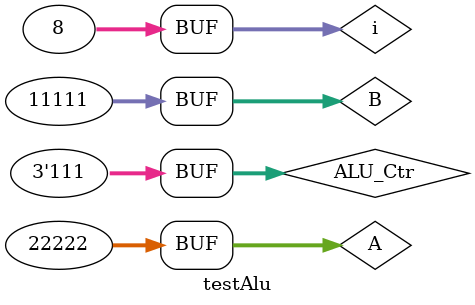
<source format=v>
`timescale 1ns / 1ps


module testAlu;

	// Inputs
	reg [31:0] A;
	reg [31:0] B;
	reg [2:0] ALU_Ctr;

	// Outputs
	wire [31:0] res;
	wire Co;
	wire zero;
	wire overflow;

	// Instantiate the Unit Under Test (UUT)
	ALU uut (
		.A(A), 
		.B(B), 
		.ALU_Ctr(ALU_Ctr), 
		.res(res), 
		.Co(Co), 
		.zero(zero), 
		.overflow(overflow)
	);

	integer i;
	initial begin
		// Initialize Inputs
		
		ALU_Ctr = 0;

		// Wait 100 ns for global reset to finish
        for (i=0;i<=7;i=i+1)
		begin	
			A = 22222;
			B = 11111;
			ALU_Ctr=i;
			#100;
		end
		
	end
      
endmodule


</source>
